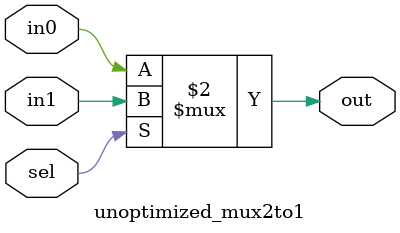
<source format=v>
module unoptimized(
    input wire s1,
    input wire s2,
    input wire a,
    input wire b,
    input wire c,
    input wire d,
    output wire y
);
    wire x0, x1, x2;
    unoptimized_mux2to1 mux0 (.in0(c), .in1(d), .sel(s2), .out(x2));
    unoptimized_mux2to1 mux1 (.in0(a), .in1(b), .sel(s1), .out(x0));
    unoptimized_mux2to1 mux2 (.in0(a), .in1(b), .sel(x2), .out(x1));
    unoptimized_mux2to1 mux3 (.in0(x0), .in1(x1), .sel(s2), .out(y));
endmodule

// 2-to-1 Multiplexer Module
module unoptimized_mux2to1(
    input wire in0,
    input wire in1,
    input wire sel,
    output reg out
);
    always @(*) begin
        out = sel ? in1 : in0; // Use ternary operator for clarity
    end
endmodule

</source>
